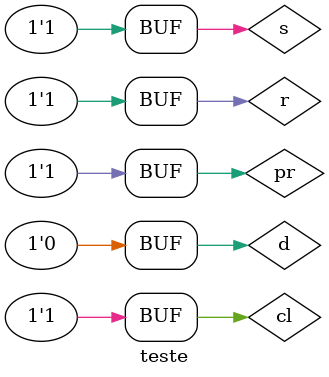
<source format=v>



module exercicio01 (qL, q, s, r);
	
	output q, qL;
	input s, r;

	nor NOR1(qL, s, q);
	nor NOR2(q, r, qL);

endmodule


module exercicio02 (qL, q, s, r);
	
	output q, qL;
	input s, r;

	nand NAND1(q, s, qL);
	nand NAND2(qL, r, q);

endmodule


module exercicio03 (qL, q, d, pr, cl);
	
	output q, qL;
	input d, pr, cl;

	wire dL;

	not NOT1(dL, d);

	nand NAND1(q, d, qL, pr);
	nand NAND2(qL, dL, q, cl);

endmodule


module exercicio04 (qL, q, s, r, pr, cl);
	
	output q, qL;
	input s, r, pr, cl;

	nand NAND1(q, s, qL, pr);
	nand NAND2(qL, r, q, cl);

endmodule


module exercicio05 (qL, q, d);
	
	output q, qL;
	input d;

	wire dL;

	not NOT1(dL, d);

	exercicio01 SR(qL, q, d, dL);

endmodule



module teste; 

	reg s, r, d, pr, cl;
	wire q1, qL1, q2, qL2, q3, qL3, q4, qL4, q5, qL5;
	
	
	exercicio01 E1 (qL1, q1, s, r);
	exercicio02 E2 (qL2, q2, s, r);
	exercicio03 E3 (qL3, q3, d, pr, cl);
	exercicio04 E4 (qL4, q4, s, r, pr, cl);
	exercicio05 E5 (qL5, q5, d);

	initial begin:start
		s=1; r=0; d=0; pr=0; cl=0;
	end
	

		// parte principal
	initial begin:main
	
		$display("Guia 10 - Fabricio Rodrigues de Souza - 412737\n");
		$monitor("\nnumero 01: latch SR com nor\nSet = %b\tReset = %b\tq = %b\tqL = %b\n\n\nnumero 02: latch SR com nand\nSet = %b\tReset = %b\tq = %b\tqL = %b\n\n\nnumero 03: latch D com nand, preset e clear\nD = %b\tPreset = %b\tClear = %b\tq = %b\tqL = %b\n\n\nnumero 04: latch SR com nand, preset e clear\nSet = %b\tReset = %b\tPreset = %b\tClear = %b\tq = %b\tqL = %b\n\n\nnumero 05: latch D a partir de um SR\nD = %b\tq = %b\tqL = %b\n\n\n\n", s, r, q1, qL1, s, r, q2, qL2 ,d, pr, cl, q3, qL3, s, r, pr, cl, q4, qL4, d, q5, qL5);


		#1 s=0; r=1; d=1; pr=0; cl=0;
		#1 s=0; r=0; d=0; pr=0; cl=1;
		#1 s=0; r=0; d=1; pr=1; cl=0;
		#1 s=1; r=1; d=0; pr=1; cl=1;
		
	end

endmodule

</source>
